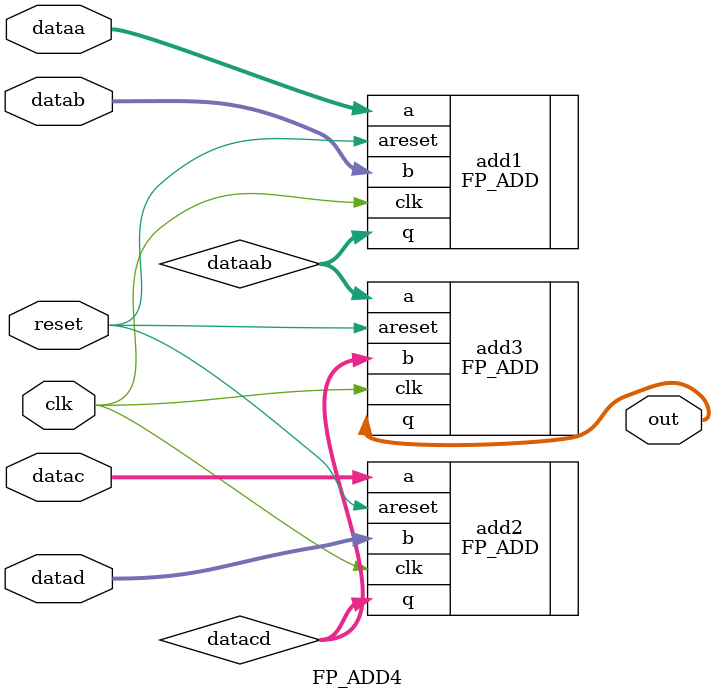
<source format=sv>
module FP_ADD4
(
	input logic clk,
	input logic reset,

	input logic [31:0] dataa,
	input logic [31:0] datab,
	input logic [31:0] datac,
	input logic [31:0] datad,

	output logic [31:0] out
);

	logic [31:0] dataab, datacd;
	
	FP_ADD add1 (.a(dataa), .b(datab), .q(dataab), .areset(reset), .clk(clk));
	FP_ADD add2 (.a(datac), .b(datad), .q(datacd), .areset(reset), .clk(clk));
	FP_ADD add3 (.a(dataab), .b(datacd), .q(out), .areset(reset), .clk(clk));

endmodule
</source>
